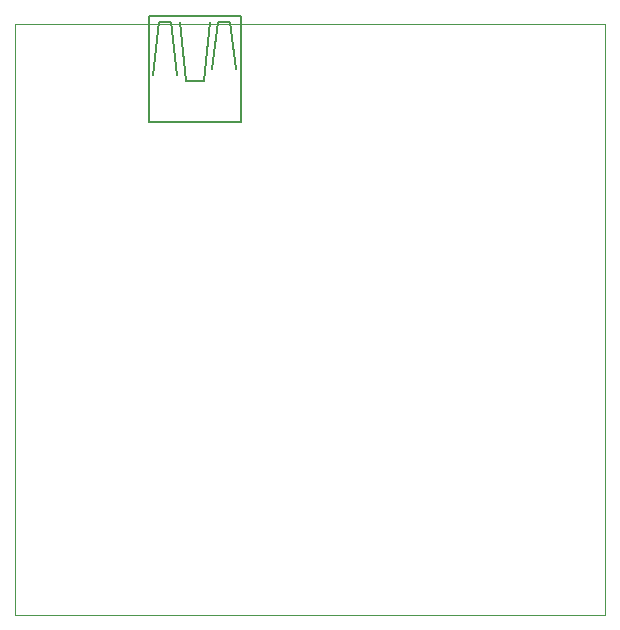
<source format=gbo>
G75*
%MOIN*%
%OFA0B0*%
%FSLAX25Y25*%
%IPPOS*%
%LPD*%
%AMOC8*
5,1,8,0,0,1.08239X$1,22.5*
%
%ADD10C,0.00000*%
%ADD11C,0.00500*%
D10*
X0006000Y0001800D02*
X0006000Y0198650D01*
X0202850Y0198650D01*
X0202850Y0001800D01*
X0006000Y0001800D01*
D11*
X0050646Y0166131D02*
X0050646Y0201564D01*
X0081354Y0201564D01*
X0081354Y0166131D01*
X0050646Y0166131D01*
X0063047Y0179910D02*
X0061079Y0199595D01*
X0058126Y0199595D02*
X0060094Y0181879D01*
X0063047Y0179910D02*
X0068953Y0179910D01*
X0070921Y0199595D01*
X0073874Y0199595D02*
X0071906Y0183847D01*
X0079780Y0183847D02*
X0077811Y0199595D01*
X0073874Y0199595D01*
X0058126Y0199595D02*
X0054189Y0199595D01*
X0052220Y0181879D01*
M02*

</source>
